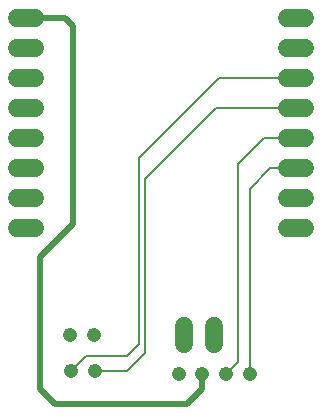
<source format=gbr>
G04 EAGLE Gerber RS-274X export*
G75*
%MOMM*%
%FSLAX34Y34*%
%LPD*%
%INTop Copper*%
%IPPOS*%
%AMOC8*
5,1,8,0,0,1.08239X$1,22.5*%
G01*
G04 Define Apertures*
%ADD10C,1.208000*%
%ADD11C,1.524000*%
%ADD12C,0.508000*%
%ADD13C,0.152400*%
D10*
X207800Y73660D03*
X187800Y73660D03*
X167800Y73660D03*
X147800Y73660D03*
X56840Y76200D03*
X76840Y76200D03*
X76040Y106680D03*
X56040Y106680D03*
D11*
X177800Y114300D02*
X177800Y99060D01*
X152400Y99060D02*
X152400Y114300D01*
X25851Y197077D02*
X10611Y197077D01*
X10611Y222477D02*
X25851Y222477D01*
X25851Y247877D02*
X10611Y247877D01*
X10611Y273277D02*
X25851Y273277D01*
X25851Y298677D02*
X10611Y298677D01*
X10611Y324077D02*
X25851Y324077D01*
X25851Y349477D02*
X10611Y349477D01*
X10611Y374877D02*
X25851Y374877D01*
X239211Y197077D02*
X254451Y197077D01*
X254451Y222477D02*
X239211Y222477D01*
X239211Y247877D02*
X254451Y247877D01*
X254451Y273277D02*
X239211Y273277D01*
X239211Y298677D02*
X254451Y298677D01*
X254451Y324077D02*
X239211Y324077D01*
X239211Y349477D02*
X254451Y349477D01*
X254451Y374877D02*
X239211Y374877D01*
D12*
X167800Y73660D02*
X167800Y61120D01*
X154940Y48260D01*
X43180Y48260D01*
X30480Y60960D01*
X30480Y172720D01*
X58420Y200660D01*
X58420Y368300D01*
X51844Y374877D01*
X18231Y374877D01*
D13*
X69540Y88900D02*
X56840Y76200D01*
X69540Y88900D02*
X104140Y88900D01*
X114300Y99060D01*
X114300Y256540D01*
X181837Y324077D01*
X246831Y324077D01*
X104140Y76200D02*
X76840Y76200D01*
X104140Y76200D02*
X119380Y91440D01*
X119380Y238760D01*
X179297Y298677D01*
X246831Y298677D01*
X198120Y83980D02*
X187800Y73660D01*
X198120Y83980D02*
X198120Y251460D01*
X219937Y273277D01*
X246831Y273277D01*
X207800Y230660D02*
X207800Y73660D01*
X207800Y230660D02*
X225017Y247877D01*
X246831Y247877D01*
M02*

</source>
